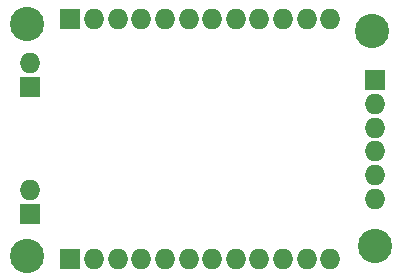
<source format=gbr>
G04 #@! TF.FileFunction,Soldermask,Bot*
%FSLAX46Y46*%
G04 Gerber Fmt 4.6, Leading zero omitted, Abs format (unit mm)*
G04 Created by KiCad (PCBNEW 4.0.7) date 11/17/20 22:45:57*
%MOMM*%
%LPD*%
G01*
G04 APERTURE LIST*
%ADD10C,0.100000*%
%ADD11R,1.750000X1.750000*%
%ADD12O,1.750000X1.750000*%
%ADD13C,2.900000*%
G04 APERTURE END LIST*
D10*
D11*
X147900600Y-190169800D03*
D12*
X149900600Y-190169800D03*
X151900600Y-190169800D03*
X153900600Y-190169800D03*
X155900600Y-190169800D03*
X157900600Y-190169800D03*
X159900600Y-190169800D03*
X161900600Y-190169800D03*
X163900600Y-190169800D03*
X165900600Y-190169800D03*
X167900600Y-190169800D03*
X169900600Y-190169800D03*
D11*
X147900600Y-169849800D03*
D12*
X149900600Y-169849800D03*
X151900600Y-169849800D03*
X153900600Y-169849800D03*
X155900600Y-169849800D03*
X157900600Y-169849800D03*
X159900600Y-169849800D03*
X161900600Y-169849800D03*
X163900600Y-169849800D03*
X165900600Y-169849800D03*
X167900600Y-169849800D03*
X169900600Y-169849800D03*
D11*
X173710600Y-175089800D03*
D12*
X173710600Y-177089800D03*
X173710600Y-179089800D03*
X173710600Y-181089800D03*
X173710600Y-183089800D03*
X173710600Y-185089800D03*
D11*
X144500600Y-175609000D03*
D12*
X144500600Y-173609000D03*
D11*
X144500600Y-186359800D03*
D12*
X144500600Y-184359800D03*
D13*
X173659800Y-189103000D03*
X173456600Y-170916600D03*
X144195800Y-170307000D03*
X144195800Y-189966600D03*
M02*

</source>
